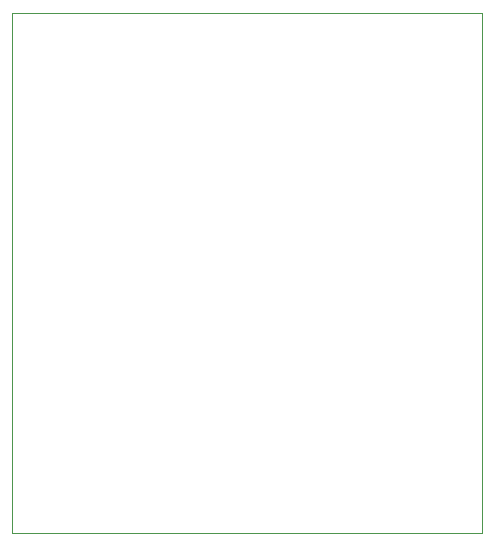
<source format=gbr>
%TF.GenerationSoftware,KiCad,Pcbnew,9.0.0*%
%TF.CreationDate,2025-03-10T21:20:55+01:00*%
%TF.ProjectId,connecteur,636f6e6e-6563-4746-9575-722e6b696361,rev?*%
%TF.SameCoordinates,Original*%
%TF.FileFunction,Profile,NP*%
%FSLAX46Y46*%
G04 Gerber Fmt 4.6, Leading zero omitted, Abs format (unit mm)*
G04 Created by KiCad (PCBNEW 9.0.0) date 2025-03-10 21:20:55*
%MOMM*%
%LPD*%
G01*
G04 APERTURE LIST*
%TA.AperFunction,Profile*%
%ADD10C,0.050000*%
%TD*%
G04 APERTURE END LIST*
D10*
X147300000Y-79840000D02*
X187100000Y-79840000D01*
X187100000Y-123840000D01*
X147300000Y-123840000D01*
X147300000Y-79840000D01*
M02*

</source>
